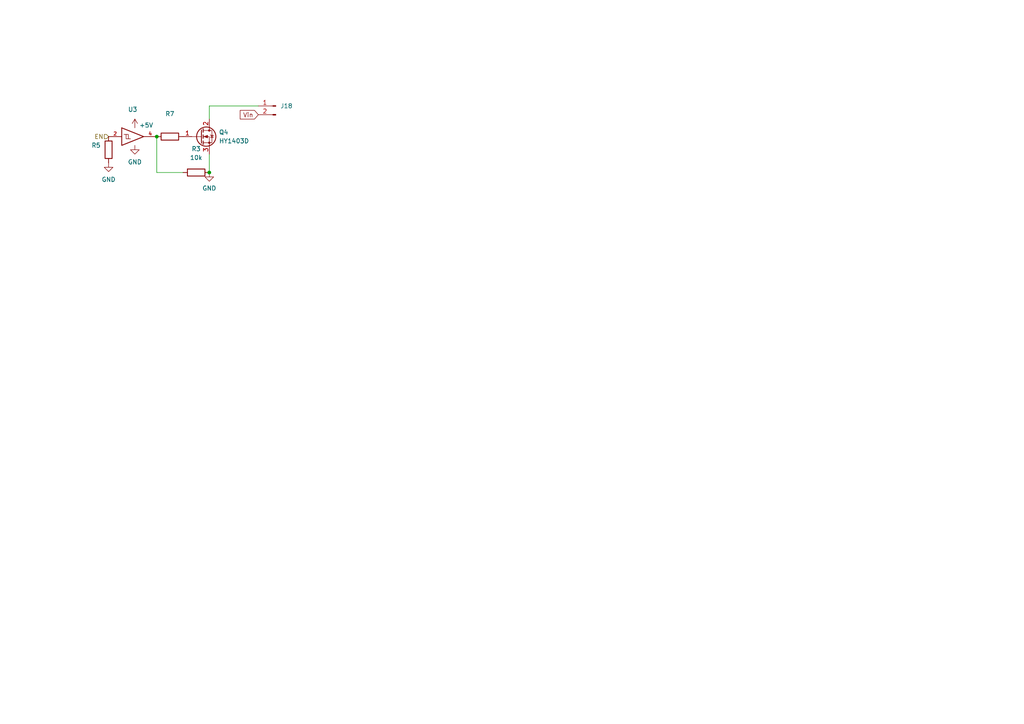
<source format=kicad_sch>
(kicad_sch (version 20211123) (generator eeschema)
  (paper "A4")
  (lib_symbols
    (symbol "74xGxx:74LVC1G17" (pin_names (offset 1.016))
      (property "Reference" "U" (at -2.54 3.81 0))
      (property "Value" "74LVC1G17" (at 0 -3.81 0))
      (symbol "74LVC1G17_0_1"
        (polyline (pts (xy -2.54 0.635) (xy -1.905 0.635) (xy -1.905 -0.635)))
        (polyline (pts (xy -3.81 2.54) (xy -3.81 -2.54) (xy 2.54 0) (xy -3.81 2.54)) (stroke (width 0.254)))
        (polyline (pts (xy -3.175 0.635) (xy -2.54 0.635) (xy -2.54 -0.635) (xy -1.27 -0.635)))
      )
      (symbol "74LVC1G17_1_1"
        (pin input line (at -7.62 0 0) (length 3.81) (name "~") (number "2"))
        (pin power_in line (at 0 -2.54 270) (length 0) hide (name "GND") (number "3"))
        (pin output line (at 6.35 0 180) (length 3.81) (name "~") (number "4"))
        (pin power_in line (at 0 2.54 90) (length 0) hide (name "VCC") (number "5"))
      )
    )
    (symbol "Connector:Conn_01x02_Male" (pin_names (offset 1.016) hide)
      (property "Reference" "J" (at 0 2.54 0))
      (property "Value" "Conn_01x02_Male" (at 0 -5.08 0))
      (symbol "Conn_01x02_Male_1_1"
        (polyline (pts (xy 1.27 -2.54) (xy 0.8636 -2.54)) (stroke (width 0.1524)))
        (polyline (pts (xy 1.27 0) (xy 0.8636 0)) (stroke (width 0.1524)))
        (rectangle (start 0.8636 -2.413) (end 0 -2.667) (stroke (width 0.1524)) (fill (type outline)))
        (rectangle (start 0.8636 0.127) (end 0 -0.127) (stroke (width 0.1524)) (fill (type outline)))
        (pin passive line (at 5.08 0 180) (length 3.81) (name "Pin_1") (number "1"))
        (pin passive line (at 5.08 -2.54 180) (length 3.81) (name "Pin_2") (number "2"))
      )
    )
    (symbol "Device:R" (pin_numbers hide) (pin_names (offset 0))
      (property "Reference" "R" (at 2.032 0 90))
      (property "Value" "R" (at 0 0 90))
      (symbol "R_0_1"
        (rectangle (start -1.016 -2.54) (end 1.016 2.54) (stroke (width 0.254)))
      )
      (symbol "R_1_1"
        (pin passive line (at 0 3.81 270) (length 1.27) (name "~") (number "1"))
        (pin passive line (at 0 -3.81 90) (length 1.27) (name "~") (number "2"))
      )
    )
    (symbol "Transistor_FET:STD7NK40Z" (pin_names hide)
      (property "Reference" "Q" (at 5.08 1.905 0))
      (property "Value" "STD7NK40Z" (at 5.08 0 0))
      (symbol "STD7NK40Z_0_1"
        (polyline (pts (xy 0.254 0) (xy -2.54 0)))
        (polyline (pts (xy 0.254 1.905) (xy 0.254 -1.905)) (stroke (width 0.254)))
        (polyline (pts (xy 0.762 -1.27) (xy 0.762 -2.286)) (stroke (width 0.254)))
        (polyline (pts (xy 0.762 0.508) (xy 0.762 -0.508)) (stroke (width 0.254)))
        (polyline (pts (xy 0.762 2.286) (xy 0.762 1.27)) (stroke (width 0.254)))
        (polyline (pts (xy 2.54 2.54) (xy 2.54 1.778)))
        (polyline (pts (xy 2.54 -2.54) (xy 2.54 0) (xy 0.762 0)))
        (polyline (pts (xy 0.762 -1.778) (xy 3.302 -1.778) (xy 3.302 1.778) (xy 0.762 1.778)))
        (polyline (pts (xy 1.016 0) (xy 2.032 0.381) (xy 2.032 -0.381) (xy 1.016 0)) (fill (type outline)))
        (polyline (pts (xy 2.794 0.508) (xy 2.921 0.381) (xy 3.683 0.381) (xy 3.81 0.254)))
        (polyline (pts (xy 3.302 0.381) (xy 2.921 -0.254) (xy 3.683 -0.254) (xy 3.302 0.381)))
        (circle (center 1.651 0) (radius 2.794) (stroke (width 0.254)))
        (circle (center 2.54 -1.778) (radius 0.254) (fill (type outline)))
        (circle (center 2.54 1.778) (radius 0.254) (fill (type outline)))
      )
      (symbol "STD7NK40Z_1_1"
        (pin passive line (at -5.08 0 0) (length 2.54) (name "G") (number "1"))
        (pin passive line (at 2.54 5.08 270) (length 2.54) (name "D") (number "2"))
        (pin passive line (at 2.54 -5.08 90) (length 2.54) (name "S") (number "3"))
      )
    )
    (symbol "power:+5V" (power) (pin_names (offset 0))
      (property "Value" "+5V" (at 0 3.556 0))
      (symbol "+5V_0_1"
        (polyline (pts (xy -0.762 1.27) (xy 0 2.54)))
        (polyline (pts (xy 0 0) (xy 0 2.54)))
        (polyline (pts (xy 0 2.54) (xy 0.762 1.27)))
      )
      (symbol "+5V_1_1"
        (pin power_in line (at 0 0 90) (length 0) hide (name "+5V") (number "1"))
      )
    )
    (symbol "power:GND" (power) (pin_names (offset 0))
      (property "Value" "GND" (at 0 -3.81 0))
      (symbol "GND_0_1"
        (polyline (pts (xy 0 0) (xy 0 -1.27) (xy 1.27 -1.27) (xy 0 -2.54) (xy -1.27 -1.27) (xy 0 -1.27)))
      )
      (symbol "GND_1_1"
        (pin power_in line (at 0 0 270) (length 0) hide (name "GND") (number "1"))
      )
    )
  )
  (junction (at 45.466 39.624))
  (junction (at 60.706 50.038))
  (wire (pts (xy 60.706 30.734) (xy 74.93 30.734)))
  (wire (pts (xy 60.706 34.544) (xy 60.706 30.734)))
  (wire (pts (xy 45.466 50.038) (xy 53.086 50.038)))
  (wire (pts (xy 45.466 39.624) (xy 45.466 50.038)))
  (wire (pts (xy 60.706 50.038) (xy 60.706 44.704)))
  (global_label "Vin" (shape input) (at 74.93 33.274 180) (property "Intersheet References" "${INTERSHEET_REFS}" (effects hide)))
  (hierarchical_label "EN" (shape input) (at 31.496 39.624 180))
  (symbol (lib_id "power:+5V") (at 39.116 37.084 0) (unit 1)
    (property "Reference" "#PWR081" (effects hide))
    (property "Value" "+5V" (at 42.418 36.322 0))
  )
  (symbol (lib_id "Device:R") (at 31.496 43.434 0) (mirror x) (unit 1)
    (property "Reference" "R5" (at 29.21 42.1639 0) (effects (justify right)))
    (property "Footprint" "Resistor_SMD:R_0805_2012Metric" (effects hide))
  )
  (symbol (lib_id "74xGxx:74LVC1G17") (at 39.116 39.624 0) (unit 1)
    (property "Reference" "U3" (at 38.481 31.75 0))
    (property "Datasheet" "http://www.ti.com/lit/sg/scyt129e/scyt129e.pdf" (effects hide))
  )
  (symbol (lib_id "power:GND") (at 60.706 50.038 0) (unit 1)
    (property "Reference" "#PWR082" (effects hide))
    (property "Value" "GND" (at 60.706 54.61 0))
  )
  (symbol (lib_id "Device:R") (at 49.276 39.624 90) (unit 1)
    (property "Reference" "R7" (at 49.276 33.02 90))
  )
  (symbol (lib_id "Device:R") (at 56.896 50.038 90) (unit 1)
    (property "Reference" "R3" (at 56.896 43.18 90))
    (property "Value" "10k" (at 56.896 45.72 90))
    (property "Footprint" "Resistor_SMD:R_0805_2012Metric" (effects hide))
  )
  (symbol (lib_id "power:GND") (at 31.496 47.244 0) (unit 1)
    (property "Reference" "#PWR0105" (effects hide))
    (property "Value" "GND" (at 31.496 52.07 0))
  )
  (symbol (lib_id "Transistor_FET:STD7NK40Z") (at 58.166 39.624 0) (unit 1)
    (property "Reference" "Q4" (at 63.5 38.3539 0) (effects (justify left)))
    (property "Value" "HY1403D" (at 63.5 40.8939 0) (effects (justify left)))
    (property "Footprint" "Package_TO_SOT_SMD:TO-252-2" (effects hide))
    (property "Datasheet" "https://www.st.com/resource/en/datasheet/std7nk40zt4.pdf" (effects hide))
  )
  (symbol (lib_id "Connector:Conn_01x02_Male") (at 80.01 30.734 0) (mirror y) (unit 1)
    (property "Reference" "J18" (at 81.28 30.7339 0) (effects (justify right)))
    (property "Value" "${SHEETNAME}" (at 81.28 33.2739 0) (effects (justify right)))
    (property "Footprint" "Connector_JST:JST_XH_B2B-XH-A_1x02_P2.50mm_Vertical" (effects hide))
  )
  (symbol (lib_id "power:GND") (at 39.116 42.164 0) (unit 1)
    (property "Reference" "#PWR080" (effects hide))
    (property "Value" "GND" (at 39.116 46.99 0))
  )
)
</source>
